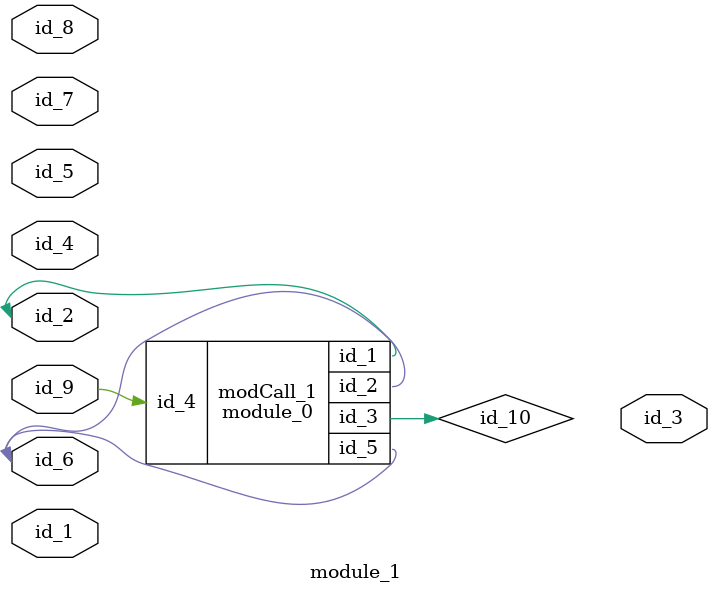
<source format=v>
module module_0 (
    id_1,
    id_2,
    id_3,
    id_4,
    id_5
);
  output wire id_5;
  input wire id_4;
  inout wire id_3;
  inout wire id_2;
  inout wire id_1;
  wire id_6;
  assign id_5 = id_3;
  wire id_7;
endmodule
module module_1 (
    id_1,
    id_2,
    id_3,
    id_4,
    id_5,
    id_6,
    id_7,
    id_8,
    id_9
);
  input wire id_9;
  inout wire id_8;
  inout wire id_7;
  inout wire id_6;
  input wire id_5;
  inout wire id_4;
  output wire id_3;
  inout wire id_2;
  input wire id_1;
  wire id_10;
  module_0 modCall_1 (
      id_2,
      id_6,
      id_10,
      id_9,
      id_6
  );
endmodule

</source>
